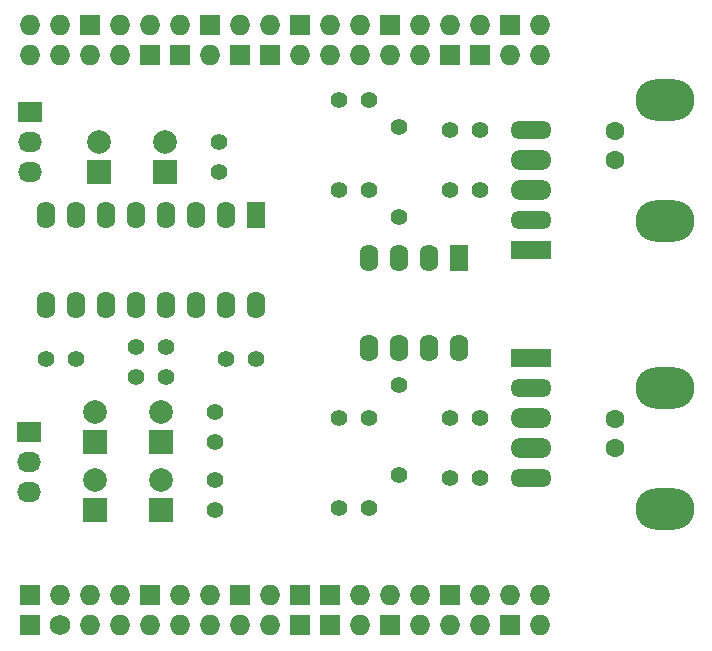
<source format=gbs>
%TF.FileFunction,Soldermask,Bot*%
%FSLAX46Y46*%
G04 Gerber Fmt 4.6, Leading zero omitted, Abs format (unit mm)*
G04 Created by KiCad (PCBNEW (2014-08-05 BZR 5054)-product) date Thu 18 Sep 2014 01:52:19 PM PDT*
%MOMM*%
G01*
G04 APERTURE LIST*
%ADD10C,0.100000*%
%ADD11C,1.397000*%
%ADD12R,1.574800X2.286000*%
%ADD13O,1.574800X2.286000*%
%ADD14R,1.998980X1.998980*%
%ADD15C,1.998980*%
%ADD16O,5.001260X3.500120*%
%ADD17C,1.600200*%
%ADD18R,2.032000X1.727200*%
%ADD19O,2.032000X1.727200*%
%ADD20O,3.500120X1.699260*%
%ADD21O,3.500120X1.524000*%
%ADD22R,3.500120X1.524000*%
%ADD23R,1.727200X1.727200*%
%ADD24O,1.727200X1.727200*%
%ADD25C,1.727200*%
G04 APERTURE END LIST*
D10*
D11*
X47942500Y-59499500D03*
X47942500Y-56959500D03*
X50482500Y-56959500D03*
X50482500Y-59499500D03*
X77089000Y-38608000D03*
X74549000Y-38608000D03*
X77089000Y-43688000D03*
X74549000Y-43688000D03*
X58102500Y-57975500D03*
X55562500Y-57975500D03*
X77089000Y-68072000D03*
X74549000Y-68072000D03*
X77089000Y-62992000D03*
X74549000Y-62992000D03*
X40322500Y-57975500D03*
X42862500Y-57975500D03*
D12*
X58102500Y-45783500D03*
D13*
X55562500Y-45783500D03*
X53022500Y-45783500D03*
X50482500Y-45783500D03*
X47942500Y-45783500D03*
X45402500Y-45783500D03*
X42862500Y-45783500D03*
X40322500Y-45783500D03*
X40322500Y-53403500D03*
X42862500Y-53403500D03*
X45402500Y-53403500D03*
X47942500Y-53403500D03*
X50482500Y-53403500D03*
X53022500Y-53403500D03*
X55562500Y-53403500D03*
X58102500Y-53403500D03*
D12*
X75311000Y-49403000D03*
D13*
X72771000Y-49403000D03*
X70231000Y-49403000D03*
X67691000Y-49403000D03*
X67691000Y-57023000D03*
X70231000Y-57023000D03*
X72771000Y-57023000D03*
X75311000Y-57023000D03*
D11*
X67691000Y-43688000D03*
X67691000Y-36068000D03*
X70231000Y-38354000D03*
X70231000Y-45974000D03*
X65151000Y-36068000D03*
X65151000Y-43688000D03*
X67691000Y-62992000D03*
X67691000Y-70612000D03*
X70231000Y-67818000D03*
X70231000Y-60198000D03*
X65151000Y-70612000D03*
X65151000Y-62992000D03*
D14*
X44831000Y-42164000D03*
D15*
X44831000Y-39624000D03*
D14*
X50419000Y-42164000D03*
D15*
X50419000Y-39624000D03*
D11*
X54991000Y-42164000D03*
X54991000Y-39624000D03*
D14*
X44450000Y-65024000D03*
D15*
X44450000Y-62484000D03*
D14*
X50038000Y-65024000D03*
D15*
X50038000Y-62484000D03*
D11*
X54610000Y-65024000D03*
X54610000Y-62484000D03*
D14*
X44450000Y-70739000D03*
D15*
X44450000Y-68199000D03*
D14*
X50038000Y-70739000D03*
D15*
X50038000Y-68199000D03*
D11*
X54610000Y-70739000D03*
X54610000Y-68199000D03*
D16*
X92735400Y-36050220D03*
X92735400Y-46248320D03*
D17*
X88470740Y-41148000D03*
X88470740Y-38648640D03*
D16*
X92735400Y-60434220D03*
X92735400Y-70632320D03*
D17*
X88470740Y-65532000D03*
X88470740Y-63032640D03*
D18*
X38989000Y-37084000D03*
D19*
X38989000Y-39624000D03*
X38989000Y-42164000D03*
D18*
X38862000Y-64135000D03*
D19*
X38862000Y-66675000D03*
X38862000Y-69215000D03*
D20*
X81407000Y-62992000D03*
D21*
X81407000Y-60452000D03*
D20*
X81407000Y-65532000D03*
D22*
X81407000Y-57912000D03*
D21*
X81407000Y-68072000D03*
D20*
X81407000Y-43688000D03*
D21*
X81407000Y-46228000D03*
D20*
X81407000Y-41148000D03*
D22*
X81407000Y-48768000D03*
D21*
X81407000Y-38608000D03*
D23*
X44069000Y-29718000D03*
D24*
X44069000Y-32258000D03*
D23*
X74549000Y-77978000D03*
D24*
X66929000Y-77978000D03*
D23*
X64389000Y-77978000D03*
X61849000Y-77978000D03*
X61849000Y-80518000D03*
D24*
X56769000Y-80518000D03*
X54229000Y-77978000D03*
X51689000Y-77978000D03*
X51689000Y-80518000D03*
D23*
X49149000Y-77978000D03*
D24*
X49149000Y-80518000D03*
X46609000Y-77978000D03*
X46609000Y-80518000D03*
X44069000Y-77978000D03*
X44069000Y-80518000D03*
X41529000Y-77978000D03*
D25*
X41529000Y-80518000D03*
D24*
X54229000Y-80518000D03*
D23*
X56769000Y-77978000D03*
D24*
X59309000Y-80518000D03*
X59309000Y-77978000D03*
D23*
X64389000Y-80518000D03*
D24*
X66929000Y-80518000D03*
D23*
X69469000Y-80518000D03*
D24*
X69469000Y-77978000D03*
X72009000Y-80518000D03*
X72009000Y-77978000D03*
X74549000Y-80518000D03*
X77089000Y-80518000D03*
X77089000Y-77978000D03*
D23*
X79629000Y-80518000D03*
D24*
X79629000Y-77978000D03*
X82169000Y-80518000D03*
X82169000Y-77978000D03*
X38989000Y-32258000D03*
X38989000Y-29718000D03*
X41529000Y-32258000D03*
X41529000Y-29718000D03*
X46609000Y-32258000D03*
X46609000Y-29718000D03*
D23*
X49149000Y-32258000D03*
D24*
X49149000Y-29718000D03*
D23*
X51689000Y-32258000D03*
D24*
X51689000Y-29718000D03*
X54229000Y-32258000D03*
D23*
X54229000Y-29718000D03*
X56769000Y-32258000D03*
D24*
X56769000Y-29718000D03*
D23*
X59309000Y-32258000D03*
D24*
X59309000Y-29718000D03*
X61849000Y-32258000D03*
D23*
X61849000Y-29718000D03*
D24*
X64389000Y-32258000D03*
X64389000Y-29718000D03*
X66929000Y-32258000D03*
X66929000Y-29718000D03*
X69469000Y-32258000D03*
D23*
X69469000Y-29718000D03*
D24*
X72009000Y-32258000D03*
X72009000Y-29718000D03*
D23*
X74549000Y-32258000D03*
D24*
X74549000Y-29718000D03*
D23*
X77089000Y-32258000D03*
D24*
X77089000Y-29718000D03*
X79629000Y-32258000D03*
D23*
X79629000Y-29718000D03*
D24*
X82169000Y-32258000D03*
X82169000Y-29718000D03*
D23*
X38989000Y-80518000D03*
X38989000Y-77978000D03*
M02*

</source>
